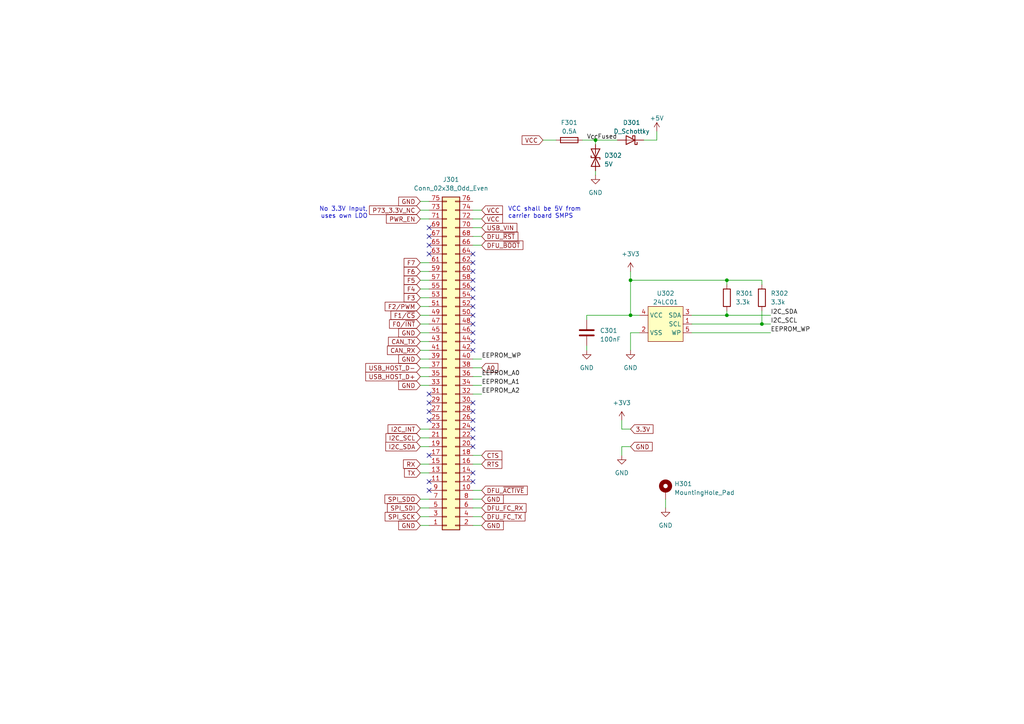
<source format=kicad_sch>
(kicad_sch (version 20230121) (generator eeschema)
  (paper "A4")
  (title_block (title "RAK3172 M.2 2230 Module") (date "2023-02-19") (rev "A"))
  (lib_symbols
    (symbol "Connector_Generic:Conn_02x38_Odd_Even" (pin_names (offset 1.016) hide)
      (property "Reference" "J" (at 1.27 48.26 0))
      (property "Value" "Conn_02x38_Odd_Even" (at 1.27 -50.8 0))
      (symbol "Conn_02x38_Odd_Even_1_1"
        (rectangle (start -1.27 -48.133) (end 0 -48.387) (stroke (width 0.1524)))
        (rectangle (start -1.27 -45.593) (end 0 -45.847) (stroke (width 0.1524)))
        (rectangle (start -1.27 -43.053) (end 0 -43.307) (stroke (width 0.1524)))
        (rectangle (start -1.27 -40.513) (end 0 -40.767) (stroke (width 0.1524)))
        (rectangle (start -1.27 -37.973) (end 0 -38.227) (stroke (width 0.1524)))
        (rectangle (start -1.27 -35.433) (end 0 -35.687) (stroke (width 0.1524)))
        (rectangle (start -1.27 -32.893) (end 0 -33.147) (stroke (width 0.1524)))
        (rectangle (start -1.27 -30.353) (end 0 -30.607) (stroke (width 0.1524)))
        (rectangle (start -1.27 -27.813) (end 0 -28.067) (stroke (width 0.1524)))
        (rectangle (start -1.27 -25.273) (end 0 -25.527) (stroke (width 0.1524)))
        (rectangle (start -1.27 -22.733) (end 0 -22.987) (stroke (width 0.1524)))
        (rectangle (start -1.27 -20.193) (end 0 -20.447) (stroke (width 0.1524)))
        (rectangle (start -1.27 -17.653) (end 0 -17.907) (stroke (width 0.1524)))
        (rectangle (start -1.27 -15.113) (end 0 -15.367) (stroke (width 0.1524)))
        (rectangle (start -1.27 -12.573) (end 0 -12.827) (stroke (width 0.1524)))
        (rectangle (start -1.27 -10.033) (end 0 -10.287) (stroke (width 0.1524)))
        (rectangle (start -1.27 -7.493) (end 0 -7.747) (stroke (width 0.1524)))
        (rectangle (start -1.27 -4.953) (end 0 -5.207) (stroke (width 0.1524)))
        (rectangle (start -1.27 -2.413) (end 0 -2.667) (stroke (width 0.1524)))
        (rectangle (start -1.27 0.127) (end 0 -0.127) (stroke (width 0.1524)))
        (rectangle (start -1.27 2.667) (end 0 2.413) (stroke (width 0.1524)))
        (rectangle (start -1.27 5.207) (end 0 4.953) (stroke (width 0.1524)))
        (rectangle (start -1.27 7.747) (end 0 7.493) (stroke (width 0.1524)))
        (rectangle (start -1.27 10.287) (end 0 10.033) (stroke (width 0.1524)))
        (rectangle (start -1.27 12.827) (end 0 12.573) (stroke (width 0.1524)))
        (rectangle (start -1.27 15.367) (end 0 15.113) (stroke (width 0.1524)))
        (rectangle (start -1.27 17.907) (end 0 17.653) (stroke (width 0.1524)))
        (rectangle (start -1.27 20.447) (end 0 20.193) (stroke (width 0.1524)))
        (rectangle (start -1.27 22.987) (end 0 22.733) (stroke (width 0.1524)))
        (rectangle (start -1.27 25.527) (end 0 25.273) (stroke (width 0.1524)))
        (rectangle (start -1.27 28.067) (end 0 27.813) (stroke (width 0.1524)))
        (rectangle (start -1.27 30.607) (end 0 30.353) (stroke (width 0.1524)))
        (rectangle (start -1.27 33.147) (end 0 32.893) (stroke (width 0.1524)))
        (rectangle (start -1.27 35.687) (end 0 35.433) (stroke (width 0.1524)))
        (rectangle (start -1.27 38.227) (end 0 37.973) (stroke (width 0.1524)))
        (rectangle (start -1.27 40.767) (end 0 40.513) (stroke (width 0.1524)))
        (rectangle (start -1.27 43.307) (end 0 43.053) (stroke (width 0.1524)))
        (rectangle (start -1.27 45.847) (end 0 45.593) (stroke (width 0.1524)))
        (rectangle (start -1.27 46.99) (end 3.81 -49.53) (stroke (width 0.254)) (fill (type background)))
        (rectangle (start 3.81 -48.133) (end 2.54 -48.387) (stroke (width 0.1524)))
        (rectangle (start 3.81 -45.593) (end 2.54 -45.847) (stroke (width 0.1524)))
        (rectangle (start 3.81 -43.053) (end 2.54 -43.307) (stroke (width 0.1524)))
        (rectangle (start 3.81 -40.513) (end 2.54 -40.767) (stroke (width 0.1524)))
        (rectangle (start 3.81 -37.973) (end 2.54 -38.227) (stroke (width 0.1524)))
        (rectangle (start 3.81 -35.433) (end 2.54 -35.687) (stroke (width 0.1524)))
        (rectangle (start 3.81 -32.893) (end 2.54 -33.147) (stroke (width 0.1524)))
        (rectangle (start 3.81 -30.353) (end 2.54 -30.607) (stroke (width 0.1524)))
        (rectangle (start 3.81 -27.813) (end 2.54 -28.067) (stroke (width 0.1524)))
        (rectangle (start 3.81 -25.273) (end 2.54 -25.527) (stroke (width 0.1524)))
        (rectangle (start 3.81 -22.733) (end 2.54 -22.987) (stroke (width 0.1524)))
        (rectangle (start 3.81 -20.193) (end 2.54 -20.447) (stroke (width 0.1524)))
        (rectangle (start 3.81 -17.653) (end 2.54 -17.907) (stroke (width 0.1524)))
        (rectangle (start 3.81 -15.113) (end 2.54 -15.367) (stroke (width 0.1524)))
        (rectangle (start 3.81 -12.573) (end 2.54 -12.827) (stroke (width 0.1524)))
        (rectangle (start 3.81 -10.033) (end 2.54 -10.287) (stroke (width 0.1524)))
        (rectangle (start 3.81 -7.493) (end 2.54 -7.747) (stroke (width 0.1524)))
        (rectangle (start 3.81 -4.953) (end 2.54 -5.207) (stroke (width 0.1524)))
        (rectangle (start 3.81 -2.413) (end 2.54 -2.667) (stroke (width 0.1524)))
        (rectangle (start 3.81 0.127) (end 2.54 -0.127) (stroke (width 0.1524)))
        (rectangle (start 3.81 2.667) (end 2.54 2.413) (stroke (width 0.1524)))
        (rectangle (start 3.81 5.207) (end 2.54 4.953) (stroke (width 0.1524)))
        (rectangle (start 3.81 7.747) (end 2.54 7.493) (stroke (width 0.1524)))
        (rectangle (start 3.81 10.287) (end 2.54 10.033) (stroke (width 0.1524)))
        (rectangle (start 3.81 12.827) (end 2.54 12.573) (stroke (width 0.1524)))
        (rectangle (start 3.81 15.367) (end 2.54 15.113) (stroke (width 0.1524)))
        (rectangle (start 3.81 17.907) (end 2.54 17.653) (stroke (width 0.1524)))
        (rectangle (start 3.81 20.447) (end 2.54 20.193) (stroke (width 0.1524)))
        (rectangle (start 3.81 22.987) (end 2.54 22.733) (stroke (width 0.1524)))
        (rectangle (start 3.81 25.527) (end 2.54 25.273) (stroke (width 0.1524)))
        (rectangle (start 3.81 28.067) (end 2.54 27.813) (stroke (width 0.1524)))
        (rectangle (start 3.81 30.607) (end 2.54 30.353) (stroke (width 0.1524)))
        (rectangle (start 3.81 33.147) (end 2.54 32.893) (stroke (width 0.1524)))
        (rectangle (start 3.81 35.687) (end 2.54 35.433) (stroke (width 0.1524)))
        (rectangle (start 3.81 38.227) (end 2.54 37.973) (stroke (width 0.1524)))
        (rectangle (start 3.81 40.767) (end 2.54 40.513) (stroke (width 0.1524)))
        (rectangle (start 3.81 43.307) (end 2.54 43.053) (stroke (width 0.1524)))
        (rectangle (start 3.81 45.847) (end 2.54 45.593) (stroke (width 0.1524)))
        (pin passive line (at -5.08 45.72 0) (length 3.81) (name "Pin_1") (number "1"))
        (pin passive line (at 7.62 35.56 180) (length 3.81) (name "Pin_10") (number "10"))
        (pin passive line (at -5.08 33.02 0) (length 3.81) (name "Pin_11") (number "11"))
        (pin passive line (at 7.62 33.02 180) (length 3.81) (name "Pin_12") (number "12"))
        (pin passive line (at -5.08 30.48 0) (length 3.81) (name "Pin_13") (number "13"))
        (pin passive line (at 7.62 30.48 180) (length 3.81) (name "Pin_14") (number "14"))
        (pin passive line (at -5.08 27.94 0) (length 3.81) (name "Pin_15") (number "15"))
        (pin passive line (at 7.62 27.94 180) (length 3.81) (name "Pin_16") (number "16"))
        (pin passive line (at -5.08 25.4 0) (length 3.81) (name "Pin_17") (number "17"))
        (pin passive line (at 7.62 25.4 180) (length 3.81) (name "Pin_18") (number "18"))
        (pin passive line (at -5.08 22.86 0) (length 3.81) (name "Pin_19") (number "19"))
        (pin passive line (at 7.62 45.72 180) (length 3.81) (name "Pin_2") (number "2"))
        (pin passive line (at 7.62 22.86 180) (length 3.81) (name "Pin_20") (number "20"))
        (pin passive line (at -5.08 20.32 0) (length 3.81) (name "Pin_21") (number "21"))
        (pin passive line (at 7.62 20.32 180) (length 3.81) (name "Pin_22") (number "22"))
        (pin passive line (at -5.08 17.78 0) (length 3.81) (name "Pin_23") (number "23"))
        (pin passive line (at 7.62 17.78 180) (length 3.81) (name "Pin_24") (number "24"))
        (pin passive line (at -5.08 15.24 0) (length 3.81) (name "Pin_25") (number "25"))
        (pin passive line (at 7.62 15.24 180) (length 3.81) (name "Pin_26") (number "26"))
        (pin passive line (at -5.08 12.7 0) (length 3.81) (name "Pin_27") (number "27"))
        (pin passive line (at 7.62 12.7 180) (length 3.81) (name "Pin_28") (number "28"))
        (pin passive line (at -5.08 10.16 0) (length 3.81) (name "Pin_29") (number "29"))
        (pin passive line (at -5.08 43.18 0) (length 3.81) (name "Pin_3") (number "3"))
        (pin passive line (at 7.62 10.16 180) (length 3.81) (name "Pin_30") (number "30"))
        (pin passive line (at -5.08 7.62 0) (length 3.81) (name "Pin_31") (number "31"))
        (pin passive line (at 7.62 7.62 180) (length 3.81) (name "Pin_32") (number "32"))
        (pin passive line (at -5.08 5.08 0) (length 3.81) (name "Pin_33") (number "33"))
        (pin passive line (at 7.62 5.08 180) (length 3.81) (name "Pin_34") (number "34"))
        (pin passive line (at -5.08 2.54 0) (length 3.81) (name "Pin_35") (number "35"))
        (pin passive line (at 7.62 2.54 180) (length 3.81) (name "Pin_36") (number "36"))
        (pin passive line (at -5.08 0 0) (length 3.81) (name "Pin_37") (number "37"))
        (pin passive line (at 7.62 0 180) (length 3.81) (name "Pin_38") (number "38"))
        (pin passive line (at -5.08 -2.54 0) (length 3.81) (name "Pin_39") (number "39"))
        (pin passive line (at 7.62 43.18 180) (length 3.81) (name "Pin_4") (number "4"))
        (pin passive line (at 7.62 -2.54 180) (length 3.81) (name "Pin_40") (number "40"))
        (pin passive line (at -5.08 -5.08 0) (length 3.81) (name "Pin_41") (number "41"))
        (pin passive line (at 7.62 -5.08 180) (length 3.81) (name "Pin_42") (number "42"))
        (pin passive line (at -5.08 -7.62 0) (length 3.81) (name "Pin_43") (number "43"))
        (pin passive line (at 7.62 -7.62 180) (length 3.81) (name "Pin_44") (number "44"))
        (pin passive line (at -5.08 -10.16 0) (length 3.81) (name "Pin_45") (number "45"))
        (pin passive line (at 7.62 -10.16 180) (length 3.81) (name "Pin_46") (number "46"))
        (pin passive line (at -5.08 -12.7 0) (length 3.81) (name "Pin_47") (number "47"))
        (pin passive line (at 7.62 -12.7 180) (length 3.81) (name "Pin_48") (number "48"))
        (pin passive line (at -5.08 -15.24 0) (length 3.81) (name "Pin_49") (number "49"))
        (pin passive line (at -5.08 40.64 0) (length 3.81) (name "Pin_5") (number "5"))
        (pin passive line (at 7.62 -15.24 180) (length 3.81) (name "Pin_50") (number "50"))
        (pin passive line (at -5.08 -17.78 0) (length 3.81) (name "Pin_51") (number "51"))
        (pin passive line (at 7.62 -17.78 180) (length 3.81) (name "Pin_52") (number "52"))
        (pin passive line (at -5.08 -20.32 0) (length 3.81) (name "Pin_53") (number "53"))
        (pin passive line (at 7.62 -20.32 180) (length 3.81) (name "Pin_54") (number "54"))
        (pin passive line (at -5.08 -22.86 0) (length 3.81) (name "Pin_55") (number "55"))
        (pin passive line (at 7.62 -22.86 180) (length 3.81) (name "Pin_56") (number "56"))
        (pin passive line (at -5.08 -25.4 0) (length 3.81) (name "Pin_57") (number "57"))
        (pin passive line (at 7.62 -25.4 180) (length 3.81) (name "Pin_58") (number "58"))
        (pin passive line (at -5.08 -27.94 0) (length 3.81) (name "Pin_59") (number "59"))
        (pin passive line (at 7.62 40.64 180) (length 3.81) (name "Pin_6") (number "6"))
        (pin passive line (at 7.62 -27.94 180) (length 3.81) (name "Pin_60") (number "60"))
        (pin passive line (at -5.08 -30.48 0) (length 3.81) (name "Pin_61") (number "61"))
        (pin passive line (at 7.62 -30.48 180) (length 3.81) (name "Pin_62") (number "62"))
        (pin passive line (at -5.08 -33.02 0) (length 3.81) (name "Pin_63") (number "63"))
        (pin passive line (at 7.62 -33.02 180) (length 3.81) (name "Pin_64") (number "64"))
        (pin passive line (at -5.08 -35.56 0) (length 3.81) (name "Pin_65") (number "65"))
        (pin passive line (at 7.62 -35.56 180) (length 3.81) (name "Pin_66") (number "66"))
        (pin passive line (at -5.08 -38.1 0) (length 3.81) (name "Pin_67") (number "67"))
        (pin passive line (at 7.62 -38.1 180) (length 3.81) (name "Pin_68") (number "68"))
        (pin passive line (at -5.08 -40.64 0) (length 3.81) (name "Pin_69") (number "69"))
        (pin passive line (at -5.08 38.1 0) (length 3.81) (name "Pin_7") (number "7"))
        (pin passive line (at 7.62 -40.64 180) (length 3.81) (name "Pin_70") (number "70"))
        (pin passive line (at -5.08 -43.18 0) (length 3.81) (name "Pin_71") (number "71"))
        (pin passive line (at 7.62 -43.18 180) (length 3.81) (name "Pin_72") (number "72"))
        (pin passive line (at -5.08 -45.72 0) (length 3.81) (name "Pin_73") (number "73"))
        (pin passive line (at 7.62 -45.72 180) (length 3.81) (name "Pin_74") (number "74"))
        (pin passive line (at -5.08 -48.26 0) (length 3.81) (name "Pin_75") (number "75"))
        (pin passive line (at 7.62 -48.26 180) (length 3.81) (name "Pin_76") (number "76"))
        (pin passive line (at 7.62 38.1 180) (length 3.81) (name "Pin_8") (number "8"))
        (pin passive line (at -5.08 35.56 0) (length 3.81) (name "Pin_9") (number "9"))
      )
    )
    (symbol "Device:C" (pin_numbers hide) (pin_names (offset 0.254))
      (property "Reference" "C" (at 0.635 2.54 0))
      (property "Value" "C" (at 0.635 -2.54 0))
      (symbol "C_0_1"
        (polyline (pts (xy -2.032 -0.762) (xy 2.032 -0.762)) (stroke (width 0.508)))
        (polyline (pts (xy -2.032 0.762) (xy 2.032 0.762)) (stroke (width 0.508)))
      )
      (symbol "C_1_1"
        (pin passive line (at 0 3.81 270) (length 2.794) (name "~") (number "1"))
        (pin passive line (at 0 -3.81 90) (length 2.794) (name "~") (number "2"))
      )
    )
    (symbol "Device:D_Schottky" (pin_numbers hide) (pin_names (offset 1.016) hide)
      (property "Reference" "D" (at 0 2.54 0))
      (property "Value" "D_Schottky" (at 0 -2.54 0))
      (symbol "D_Schottky_0_1"
        (polyline (pts (xy 1.27 0) (xy -1.27 0)))
        (polyline (pts (xy 1.27 1.27) (xy 1.27 -1.27) (xy -1.27 0) (xy 1.27 1.27)) (stroke (width 0.254)))
        (polyline (pts (xy -1.905 0.635) (xy -1.905 1.27) (xy -1.27 1.27) (xy -1.27 -1.27) (xy -0.635 -1.27) (xy -0.635 -0.635)) (stroke (width 0.254)))
      )
      (symbol "D_Schottky_1_1"
        (pin passive line (at -3.81 0 0) (length 2.54) (name "K") (number "1"))
        (pin passive line (at 3.81 0 180) (length 2.54) (name "A") (number "2"))
      )
    )
    (symbol "Device:D_TVS" (pin_numbers hide) (pin_names (offset 1.016) hide)
      (property "Reference" "D" (at 0 2.54 0))
      (property "Value" "D_TVS" (at 0 -2.54 0))
      (symbol "D_TVS_0_1"
        (polyline (pts (xy 1.27 0) (xy -1.27 0)))
        (polyline (pts (xy 0.508 1.27) (xy 0 1.27) (xy 0 -1.27) (xy -0.508 -1.27)) (stroke (width 0.254)))
        (polyline (pts (xy -2.54 1.27) (xy -2.54 -1.27) (xy 2.54 1.27) (xy 2.54 -1.27) (xy -2.54 1.27)) (stroke (width 0.254)))
      )
      (symbol "D_TVS_1_1"
        (pin passive line (at -3.81 0 0) (length 2.54) (name "A1") (number "1"))
        (pin passive line (at 3.81 0 180) (length 2.54) (name "A2") (number "2"))
      )
    )
    (symbol "Device:Fuse" (pin_numbers hide) (pin_names (offset 0))
      (property "Reference" "F" (at 2.032 0 90))
      (property "Value" "Fuse" (at -1.905 0 90))
      (symbol "Fuse_0_1"
        (rectangle (start -0.762 -2.54) (end 0.762 2.54) (stroke (width 0.254)))
        (polyline (pts (xy 0 2.54) (xy 0 -2.54)))
      )
      (symbol "Fuse_1_1"
        (pin passive line (at 0 3.81 270) (length 1.27) (name "~") (number "1"))
        (pin passive line (at 0 -3.81 90) (length 1.27) (name "~") (number "2"))
      )
    )
    (symbol "Device:R" (pin_numbers hide) (pin_names (offset 0))
      (property "Reference" "R" (at 2.032 0 90))
      (property "Value" "R" (at 0 0 90))
      (symbol "R_0_1"
        (rectangle (start -1.016 -2.54) (end 1.016 2.54) (stroke (width 0.254)))
      )
      (symbol "R_1_1"
        (pin passive line (at 0 3.81 270) (length 1.27) (name "~") (number "1"))
        (pin passive line (at 0 -3.81 90) (length 1.27) (name "~") (number "2"))
      )
    )
    (symbol "Mechanical:MountingHole_Pad" (pin_numbers hide) (pin_names (offset 1.016) hide)
      (property "Reference" "H" (at 0 6.35 0))
      (property "Value" "MountingHole_Pad" (at 0 4.445 0))
      (symbol "MountingHole_Pad_0_1"
        (circle (center 0 1.27) (radius 1.27) (stroke (width 1.27)))
      )
      (symbol "MountingHole_Pad_1_1"
        (pin input line (at 0 -2.54 90) (length 2.54) (name "1") (number "1"))
      )
    )
    (symbol "MyLibrary:24LC01"
      (property "Reference" "U" (at 0 7.62 0))
      (property "Value" "24LC01" (at 0 0 0))
      (symbol "24LC01_0_0"
        (pin input line (at 7.62 0 180) (length 2.54) (name "SCL") (number "1"))
        (pin power_in line (at -7.62 -2.54 0) (length 2.54) (name "VSS") (number "2"))
        (pin bidirectional line (at 7.62 2.54 180) (length 2.54) (name "SDA") (number "3"))
        (pin power_in line (at -7.62 2.54 0) (length 2.54) (name "VCC") (number "4"))
        (pin input line (at 7.62 -2.54 180) (length 2.54) (name "WP") (number "5"))
      )
      (symbol "24LC01_0_1"
        (rectangle (start -5.08 5.08) (end 5.08 -5.08) (fill (type background)))
      )
    )
    (symbol "power:+3.3V" (power) (pin_names (offset 0))
      (property "Value" "+3.3V" (at 0 3.556 0))
      (symbol "+3.3V_0_1"
        (polyline (pts (xy -0.762 1.27) (xy 0 2.54)))
        (polyline (pts (xy 0 0) (xy 0 2.54)))
        (polyline (pts (xy 0 2.54) (xy 0.762 1.27)))
      )
      (symbol "+3.3V_1_1"
        (pin power_in line (at 0 0 90) (length 0) hide (name "+3V3") (number "1"))
      )
    )
    (symbol "power:+5V" (power) (pin_names (offset 0))
      (property "Value" "+5V" (at 0 3.556 0))
      (symbol "+5V_0_1"
        (polyline (pts (xy -0.762 1.27) (xy 0 2.54)))
        (polyline (pts (xy 0 0) (xy 0 2.54)))
        (polyline (pts (xy 0 2.54) (xy 0.762 1.27)))
      )
      (symbol "+5V_1_1"
        (pin power_in line (at 0 0 90) (length 0) hide (name "+5V") (number "1"))
      )
    )
    (symbol "power:GND" (power) (pin_names (offset 0))
      (property "Value" "GND" (at 0 -3.81 0))
      (symbol "GND_0_1"
        (polyline (pts (xy 0 0) (xy 0 -1.27) (xy 1.27 -1.27) (xy 0 -2.54) (xy -1.27 -1.27) (xy 0 -1.27)))
      )
      (symbol "GND_1_1"
        (pin power_in line (at 0 0 270) (length 0) hide (name "GND") (number "1"))
      )
    )
  )
  (junction (at 182.88 81.28))
  (junction (at 210.82 81.28))
  (junction (at 182.88 91.44))
  (junction (at 220.98 93.98))
  (junction (at 172.72 40.64))
  (junction (at 210.82 91.44))
  (no_connect (at 124.46 116.84))
  (no_connect (at 137.16 96.52))
  (no_connect (at 137.16 81.28))
  (no_connect (at 137.16 129.54))
  (no_connect (at 124.46 73.66))
  (no_connect (at 137.16 99.06))
  (no_connect (at 137.16 83.82))
  (no_connect (at 137.16 86.36))
  (no_connect (at 124.46 119.38))
  (no_connect (at 137.16 88.9))
  (no_connect (at 124.46 71.12))
  (no_connect (at 137.16 76.2))
  (no_connect (at 124.46 114.3))
  (no_connect (at 137.16 124.46))
  (no_connect (at 137.16 139.7))
  (no_connect (at 137.16 73.66))
  (no_connect (at 124.46 132.08))
  (no_connect (at 137.16 93.98))
  (no_connect (at 124.46 142.24))
  (no_connect (at 137.16 101.6))
  (no_connect (at 137.16 119.38))
  (no_connect (at 137.16 137.16))
  (no_connect (at 137.16 121.92))
  (no_connect (at 137.16 78.74))
  (no_connect (at 124.46 68.58))
  (no_connect (at 124.46 121.92))
  (no_connect (at 124.46 139.7))
  (no_connect (at 137.16 116.84))
  (no_connect (at 124.46 66.04))
  (no_connect (at 137.16 91.44))
  (no_connect (at 137.16 127))
  (wire (pts (xy 121.92 109.22) (xy 124.46 109.22)))
  (wire (pts (xy 137.16 63.5) (xy 139.7 63.5)))
  (wire (pts (xy 121.92 78.74) (xy 124.46 78.74)))
  (wire (pts (xy 190.5 38.1) (xy 190.5 40.64)))
  (wire (pts (xy 180.34 124.46) (xy 182.88 124.46)))
  (wire (pts (xy 220.98 93.98) (xy 200.66 93.98)))
  (wire (pts (xy 170.18 91.44) (xy 182.88 91.44)))
  (wire (pts (xy 121.92 127) (xy 124.46 127)))
  (wire (pts (xy 182.88 96.52) (xy 182.88 101.6)))
  (wire (pts (xy 170.18 92.71) (xy 170.18 91.44)))
  (wire (pts (xy 137.16 66.04) (xy 139.7 66.04)))
  (wire (pts (xy 180.34 129.54) (xy 180.34 132.08)))
  (wire (pts (xy 137.16 152.4) (xy 139.7 152.4)))
  (wire (pts (xy 137.16 104.14) (xy 139.7 104.14)))
  (wire (pts (xy 210.82 90.17) (xy 210.82 91.44)))
  (wire (pts (xy 121.92 88.9) (xy 124.46 88.9)))
  (wire (pts (xy 121.92 83.82) (xy 124.46 83.82)))
  (wire (pts (xy 121.92 106.68) (xy 124.46 106.68)))
  (wire (pts (xy 121.92 81.28) (xy 124.46 81.28)))
  (wire (pts (xy 121.92 144.78) (xy 124.46 144.78)))
  (wire (pts (xy 121.92 91.44) (xy 124.46 91.44)))
  (wire (pts (xy 220.98 93.98) (xy 223.52 93.98)))
  (wire (pts (xy 121.92 124.46) (xy 124.46 124.46)))
  (wire (pts (xy 182.88 81.28) (xy 182.88 91.44)))
  (wire (pts (xy 137.16 149.86) (xy 139.7 149.86)))
  (wire (pts (xy 137.16 114.3) (xy 139.7 114.3)))
  (wire (pts (xy 182.88 81.28) (xy 210.82 81.28)))
  (wire (pts (xy 182.88 78.74) (xy 182.88 81.28)))
  (wire (pts (xy 121.92 101.6) (xy 124.46 101.6)))
  (wire (pts (xy 172.72 40.64) (xy 172.72 41.91)))
  (wire (pts (xy 210.82 91.44) (xy 223.52 91.44)))
  (wire (pts (xy 121.92 86.36) (xy 124.46 86.36)))
  (wire (pts (xy 172.72 49.53) (xy 172.72 50.8)))
  (wire (pts (xy 137.16 71.12) (xy 139.7 71.12)))
  (wire (pts (xy 210.82 82.55) (xy 210.82 81.28)))
  (wire (pts (xy 168.91 40.64) (xy 172.72 40.64)))
  (wire (pts (xy 220.98 90.17) (xy 220.98 93.98)))
  (wire (pts (xy 172.72 40.64) (xy 179.07 40.64)))
  (wire (pts (xy 121.92 134.62) (xy 124.46 134.62)))
  (wire (pts (xy 121.92 96.52) (xy 124.46 96.52)))
  (wire (pts (xy 137.16 106.68) (xy 139.7 106.68)))
  (wire (pts (xy 182.88 96.52) (xy 185.42 96.52)))
  (wire (pts (xy 121.92 60.96) (xy 124.46 60.96)))
  (wire (pts (xy 137.16 132.08) (xy 139.7 132.08)))
  (wire (pts (xy 137.16 142.24) (xy 139.7 142.24)))
  (wire (pts (xy 121.92 149.86) (xy 124.46 149.86)))
  (wire (pts (xy 137.16 109.22) (xy 139.7 109.22)))
  (wire (pts (xy 121.92 58.42) (xy 124.46 58.42)))
  (wire (pts (xy 157.48 40.64) (xy 161.29 40.64)))
  (wire (pts (xy 121.92 63.5) (xy 124.46 63.5)))
  (wire (pts (xy 137.16 134.62) (xy 139.7 134.62)))
  (wire (pts (xy 121.92 111.76) (xy 124.46 111.76)))
  (wire (pts (xy 137.16 144.78) (xy 139.7 144.78)))
  (wire (pts (xy 182.88 91.44) (xy 185.42 91.44)))
  (wire (pts (xy 186.69 40.64) (xy 190.5 40.64)))
  (wire (pts (xy 121.92 99.06) (xy 124.46 99.06)))
  (wire (pts (xy 210.82 91.44) (xy 200.66 91.44)))
  (wire (pts (xy 137.16 68.58) (xy 139.7 68.58)))
  (wire (pts (xy 200.66 96.52) (xy 223.52 96.52)))
  (wire (pts (xy 180.34 121.92) (xy 180.34 124.46)))
  (wire (pts (xy 137.16 60.96) (xy 139.7 60.96)))
  (wire (pts (xy 121.92 147.32) (xy 124.46 147.32)))
  (wire (pts (xy 121.92 104.14) (xy 124.46 104.14)))
  (wire (pts (xy 137.16 147.32) (xy 139.7 147.32)))
  (wire (pts (xy 193.04 144.78) (xy 193.04 147.32)))
  (wire (pts (xy 220.98 82.55) (xy 220.98 81.28)))
  (wire (pts (xy 121.92 137.16) (xy 124.46 137.16)))
  (wire (pts (xy 121.92 76.2) (xy 124.46 76.2)))
  (wire (pts (xy 121.92 129.54) (xy 124.46 129.54)))
  (wire (pts (xy 121.92 93.98) (xy 124.46 93.98)))
  (wire (pts (xy 170.18 100.33) (xy 170.18 101.6)))
  (wire (pts (xy 220.98 81.28) (xy 210.82 81.28)))
  (wire (pts (xy 121.92 152.4) (xy 124.46 152.4)))
  (wire (pts (xy 182.88 129.54) (xy 180.34 129.54)))
  (wire (pts (xy 139.7 111.76) (xy 137.16 111.76)))
  (text "VCC shall be 5V from\ncarrier board SMPS" (at 147.32 63.5 0) (effects (font (size 1.27 1.27)) (justify left bottom)))
  (text "No 3.3V Input,\nuses own LDO" (at 106.68 63.5 0) (effects (font (size 1.27 1.27)) (justify right bottom)))
  (label "EEPROM_WP" (at 139.7 104.14 0))
  (label "I2C_SCL" (at 223.52 93.98 0))
  (label "V_{CC}Fused" (at 170.18 40.64 0))
  (label "EEPROM_A1" (at 139.7 111.76 0))
  (label "EEPROM_A2" (at 139.7 114.3 0))
  (label "EEPROM_WP" (at 223.52 96.52 0))
  (label "EEPROM_A0" (at 139.7 109.22 0))
  (label "I2C_SDA" (at 223.52 91.44 0))
  (global_label "F3" (shape input) (at 121.92 86.36 180) (property "Intersheetrefs" "${INTERSHEET_REFS}" (effects hide)))
  (global_label "SPI_SDI" (shape input) (at 121.92 147.32 180) (property "Intersheetrefs" "${INTERSHEET_REFS}" (effects hide)))
  (global_label "I2C_SCL" (shape input) (at 121.92 127 180) (property "Intersheetrefs" "${INTERSHEET_REFS}" (effects hide)))
  (global_label "F4" (shape input) (at 121.92 83.82 180) (property "Intersheetrefs" "${INTERSHEET_REFS}" (effects hide)))
  (global_label "P73_3.3V_NC" (shape input) (at 121.92 60.96 180) (property "Intersheetrefs" "${INTERSHEET_REFS}" (effects hide)))
  (global_label "GND" (shape input) (at 139.7 152.4 0) (property "Intersheetrefs" "${INTERSHEET_REFS}" (effects hide)))
  (global_label "F7" (shape input) (at 121.92 76.2 180) (property "Intersheetrefs" "${INTERSHEET_REFS}" (effects hide)))
  (global_label "GND" (shape input) (at 121.92 58.42 180) (property "Intersheetrefs" "${INTERSHEET_REFS}" (effects hide)))
  (global_label "CAN_RX" (shape input) (at 121.92 101.6 180) (property "Intersheetrefs" "${INTERSHEET_REFS}" (effects hide)))
  (global_label "DFU_~{RST}" (shape input) (at 139.7 68.58 0) (property "Intersheetrefs" "${INTERSHEET_REFS}" (effects hide)))
  (global_label "GND" (shape input) (at 121.92 152.4 180) (property "Intersheetrefs" "${INTERSHEET_REFS}" (effects hide)))
  (global_label "DFU_FC_RX" (shape input) (at 139.7 147.32 0) (property "Intersheetrefs" "${INTERSHEET_REFS}" (effects hide)))
  (global_label "VCC" (shape input) (at 157.48 40.64 180) (property "Intersheetrefs" "${INTERSHEET_REFS}" (effects hide)))
  (global_label "USB_HOST_D-" (shape input) (at 121.92 106.68 180) (property "Intersheetrefs" "${INTERSHEET_REFS}" (effects hide)))
  (global_label "RX" (shape input) (at 121.92 134.62 180) (property "Intersheetrefs" "${INTERSHEET_REFS}" (effects hide)))
  (global_label "SPI_SDO" (shape input) (at 121.92 144.78 180) (property "Intersheetrefs" "${INTERSHEET_REFS}" (effects hide)))
  (global_label "CTS" (shape input) (at 139.7 132.08 0) (property "Intersheetrefs" "${INTERSHEET_REFS}" (effects hide)))
  (global_label "SPI_SCK" (shape input) (at 121.92 149.86 180) (property "Intersheetrefs" "${INTERSHEET_REFS}" (effects hide)))
  (global_label "VCC" (shape input) (at 139.7 60.96 0) (property "Intersheetrefs" "${INTERSHEET_REFS}" (effects hide)))
  (global_label "F5" (shape input) (at 121.92 81.28 180) (property "Intersheetrefs" "${INTERSHEET_REFS}" (effects hide)))
  (global_label "F0{slash}~{INT}" (shape input) (at 121.92 93.98 180) (property "Intersheetrefs" "${INTERSHEET_REFS}" (effects hide)))
  (global_label "TX" (shape input) (at 121.92 137.16 180) (property "Intersheetrefs" "${INTERSHEET_REFS}" (effects hide)))
  (global_label "CAN_TX" (shape input) (at 121.92 99.06 180) (property "Intersheetrefs" "${INTERSHEET_REFS}" (effects hide)))
  (global_label "GND" (shape input) (at 182.88 129.54 0) (property "Intersheetrefs" "${INTERSHEET_REFS}" (effects hide)))
  (global_label "F6" (shape input) (at 121.92 78.74 180) (property "Intersheetrefs" "${INTERSHEET_REFS}" (effects hide)))
  (global_label "F2{slash}PWM" (shape input) (at 121.92 88.9 180) (property "Intersheetrefs" "${INTERSHEET_REFS}" (effects hide)))
  (global_label "DFU_~{BOOT}" (shape input) (at 139.7 71.12 0) (property "Intersheetrefs" "${INTERSHEET_REFS}" (effects hide)))
  (global_label "I2C_INT" (shape input) (at 121.92 124.46 180) (property "Intersheetrefs" "${INTERSHEET_REFS}" (effects hide)))
  (global_label "GND" (shape input) (at 121.92 111.76 180) (property "Intersheetrefs" "${INTERSHEET_REFS}" (effects hide)))
  (global_label "USB_VIN" (shape input) (at 139.7 66.04 0) (property "Intersheetrefs" "${INTERSHEET_REFS}" (effects hide)))
  (global_label "F1{slash}~{CS}" (shape input) (at 121.92 91.44 180) (property "Intersheetrefs" "${INTERSHEET_REFS}" (effects hide)))
  (global_label "PWR_EN" (shape input) (at 121.92 63.5 180) (property "Intersheetrefs" "${INTERSHEET_REFS}" (effects hide)))
  (global_label "I2C_SDA" (shape input) (at 121.92 129.54 180) (property "Intersheetrefs" "${INTERSHEET_REFS}" (effects hide)))
  (global_label "USB_HOST_D+" (shape input) (at 121.92 109.22 180) (property "Intersheetrefs" "${INTERSHEET_REFS}" (effects hide)))
  (global_label "DFU_~{ACTIVE}" (shape input) (at 139.7 142.24 0) (property "Intersheetrefs" "${INTERSHEET_REFS}" (effects hide)))
  (global_label "GND" (shape input) (at 121.92 104.14 180) (property "Intersheetrefs" "${INTERSHEET_REFS}" (effects hide)))
  (global_label "RTS" (shape input) (at 139.7 134.62 0) (property "Intersheetrefs" "${INTERSHEET_REFS}" (effects hide)))
  (global_label "GND" (shape input) (at 139.7 144.78 0) (property "Intersheetrefs" "${INTERSHEET_REFS}" (effects hide)))
  (global_label "DFU_FC_TX" (shape input) (at 139.7 149.86 0) (property "Intersheetrefs" "${INTERSHEET_REFS}" (effects hide)))
  (global_label "3.3V" (shape input) (at 182.88 124.46 0) (property "Intersheetrefs" "${INTERSHEET_REFS}" (effects hide)))
  (global_label "A0" (shape input) (at 139.7 106.68 0) (property "Intersheetrefs" "${INTERSHEET_REFS}" (effects hide)))
  (global_label "GND" (shape input) (at 121.92 96.52 180) (property "Intersheetrefs" "${INTERSHEET_REFS}" (effects hide)))
  (global_label "VCC" (shape input) (at 139.7 63.5 0) (property "Intersheetrefs" "${INTERSHEET_REFS}" (effects hide)))
  (symbol (lib_id "Device:R") (at 220.98 86.36 0) (unit 1)
    (property "Reference" "R302" (at 223.52 85.0899 0) (effects (justify left)))
    (property "Value" "3.3k" (at 223.52 87.6299 0) (effects (justify left)))
    (property "Footprint" "Resistor_SMD:R_0402_1005Metric" (effects hide))
  )
  (symbol (lib_id "Device:D_Schottky") (at 182.88 40.64 180) (unit 1)
    (property "Reference" "D301" (at 183.1975 35.56 0))
    (property "Value" "D_Schottky" (at 183.1975 38.1 0))
    (property "Footprint" "Diode_SMD:D_SOD-123" (effects hide))
  )
  (symbol (lib_id "power:GND") (at 172.72 50.8 0) (unit 1)
    (property "Reference" "#PWR0302" (effects hide))
    (property "Value" "GND" (at 172.72 55.88 0))
  )
  (symbol (lib_id "Device:C") (at 170.18 96.52 0) (unit 1)
    (property "Reference" "C301" (at 173.99 95.885 0) (effects (justify left)))
    (property "Value" "100nF" (at 173.99 98.425 0) (effects (justify left)))
    (property "Footprint" "Capacitor_SMD:C_0402_1005Metric" (effects hide))
  )
  (symbol (lib_id "power:GND") (at 193.04 147.32 0) (unit 1)
    (property "Reference" "#PWR0308" (effects hide))
    (property "Value" "GND" (at 193.04 152.4 0))
  )
  (symbol (lib_id "MyLibrary:24LC01") (at 193.04 93.98 0) (unit 1)
    (property "Reference" "U302" (at 193.04 85.09 0))
    (property "Value" "24LC01" (at 193.04 87.63 0))
    (property "Footprint" "Package_TO_SOT_SMD:SOT-23-5" (effects hide))
  )
  (symbol (lib_id "power:GND") (at 170.18 101.6 0) (unit 1)
    (property "Reference" "#PWR0304" (effects hide))
    (property "Value" "GND" (at 170.18 106.68 0))
  )
  (symbol (lib_id "power:+5V") (at 190.5 38.1 0) (unit 1)
    (property "Reference" "#PWR0301" (effects hide))
    (property "Value" "+5V" (at 190.5 34.29 0))
  )
  (symbol (lib_id "power:+3.3V") (at 180.34 121.92 0) (unit 1)
    (property "Reference" "#PWR0306" (effects hide))
    (property "Value" "+3.3V" (at 180.34 116.84 0))
  )
  (symbol (lib_id "power:GND") (at 180.34 132.08 0) (unit 1)
    (property "Reference" "#PWR0307" (effects hide))
    (property "Value" "GND" (at 180.34 137.16 0))
  )
  (symbol (lib_id "Device:Fuse") (at 165.1 40.64 90) (unit 1)
    (property "Reference" "F301" (at 165.1 35.56 90))
    (property "Value" "0.5A" (at 165.1 38.1 90))
    (property "Footprint" "Fuse:Fuse_0805_2012Metric" (effects hide))
  )
  (symbol (lib_id "Mechanical:MountingHole_Pad") (at 193.04 142.24 0) (unit 1)
    (property "Reference" "H301" (at 195.58 140.335 0) (effects (justify left)))
    (property "Value" "MountingHole_Pad" (at 195.58 142.875 0) (effects (justify left)))
    (property "Footprint" "MountingHole:MountingHole_2.2mm_M2_DIN965_Pad_TopBottom" (effects hide))
  )
  (symbol (lib_id "power:+3.3V") (at 182.88 78.74 0) (unit 1)
    (property "Reference" "#PWR0303" (effects hide))
    (property "Value" "+3.3V" (at 182.88 73.66 0))
  )
  (symbol (lib_id "Device:R") (at 210.82 86.36 0) (unit 1)
    (property "Reference" "R301" (at 213.36 85.0899 0) (effects (justify left)))
    (property "Value" "3.3k" (at 213.36 87.6299 0) (effects (justify left)))
    (property "Footprint" "Resistor_SMD:R_0402_1005Metric" (effects hide))
  )
  (symbol (lib_id "Connector_Generic:Conn_02x38_Odd_Even") (at 129.54 106.68 0) (mirror x) (unit 1)
    (property "Reference" "J301" (at 130.81 52.07 0))
    (property "Value" "Conn_02x38_Odd_Even" (at 130.81 54.61 0))
    (property "Footprint" "NGFF:NGFF_E" (effects hide))
  )
  (symbol (lib_id "power:GND") (at 182.88 101.6 0) (unit 1)
    (property "Reference" "#PWR0305" (effects hide))
    (property "Value" "GND" (at 182.88 106.68 0))
  )
  (symbol (lib_id "Device:D_TVS") (at 172.72 45.72 270) (unit 1)
    (property "Reference" "D302" (at 175.26 45.085 90) (effects (justify left)))
    (property "Value" "5V" (at 175.26 47.625 90) (effects (justify left)))
    (property "Footprint" "Diode_SMD:D_SOD-323" (effects hide))
  )
)
</source>
